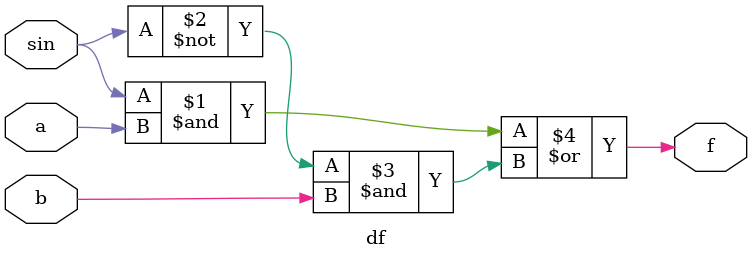
<source format=v>
`timescale 1ns / 1ps
module df(
    input a,
    input b,
    input sin,
    output f
    );
	 assign f = (sin&a | (~sin&b));

endmodule

</source>
